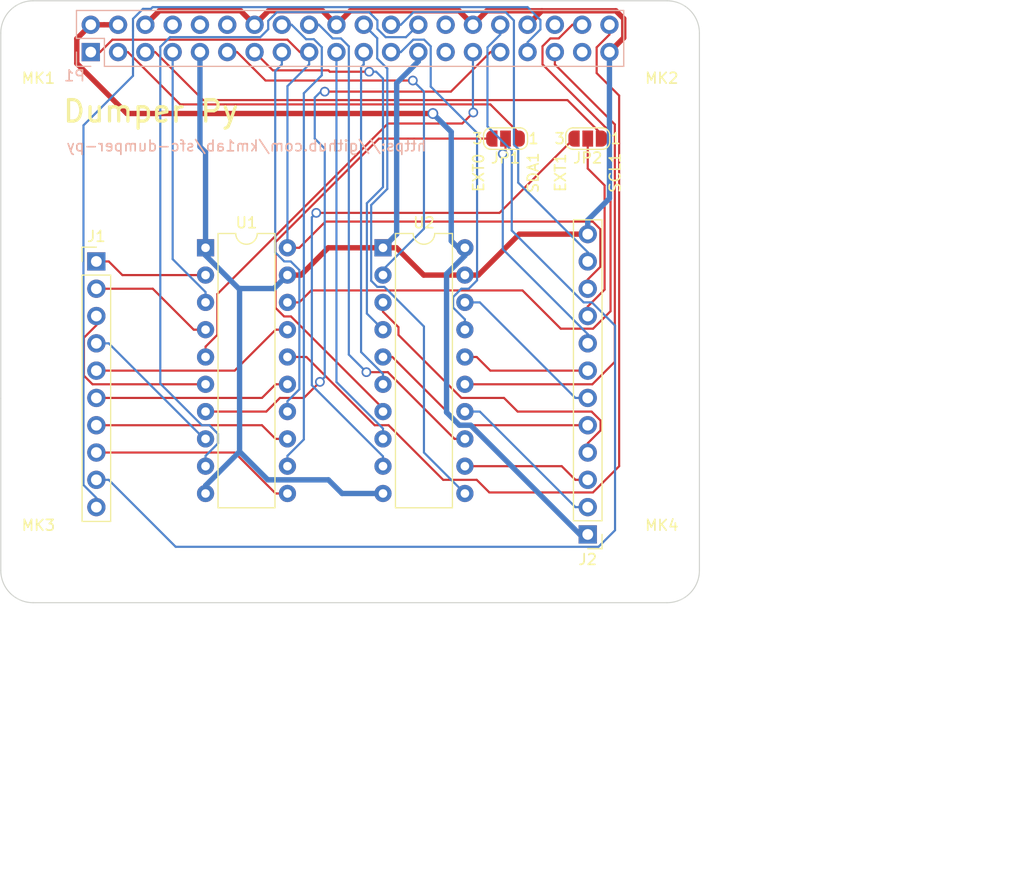
<source format=kicad_pcb>
(kicad_pcb (version 20211014) (generator pcbnew)
  (title_block (date "15 nov 2012"))
  (layers (0 "F.Cu" signal) (31 "B.Cu" signal) (34 "B.Paste" user) (35 "F.Paste" user) (36 "B.SilkS" user "B.Silkscreen") (37 "F.SilkS" user "F.Silkscreen") (38 "B.Mask" user) (39 "F.Mask" user) (44 "Edge.Cuts" user))
  (net 0 "")
  (net 1 "GND")
  (net 2 "CLR")
  (net 3 "/DA7")
  (net 4 "/DA6")
  (net 5 "/DA5")
  (net 6 "/DA4")
  (net 7 "/DA3")
  (net 8 "/DA2")
  (net 9 "/DA1")
  (net 10 "/DA0")
  (net 11 "/GPIO2(SDA1)")
  (net 12 "/GPIO3(SCL1)")
  (net 13 "/GPIO4(GCLK)")
  (net 14 "/GPIO17(GEN0)")
  (net 15 "/GPIO27(GEN2)")
  (net 16 "/GPIO23(GEN4)")
  (net 17 "/GPIO24(GEN5)")
  (net 18 "/GPIO9(SPI0_MISO)")
  (net 19 "/GPIO11(SPI0_SCK)")
  (net 20 "/GPIO7(SPI1_CE_N)")
  (net 21 "/GPIO5")
  (net 22 "/GPIO6")
  (net 23 "/GPIO19(SPI1_MISO)")
  (net 24 "CLK")
  (net 25 "OE")
  (net 26 "CS")
  (net 27 "WE")
  (net 28 "RST")
  (net 29 "EXT0")
  (net 30 "EXT1")
  (net 31 "PWR")
  (net 32 "/GPIO20(SPI1_MOSI)")
  (net 33 "/GPIO21(SPI1_SCK)")
  (net 34 "EIO_0")
  (net 35 "EIO_1")
  (net 36 "PWR3")
  (net 37 "PWM0")
  (net 38 "PWM1")
  (net 39 "EIO_2")
  (net 40 "/GPIO22(GEN3)")
  (net 41 "/GPIO10(SPI0_MOSI)")
  (net 42 "/GPIO25(GEN6)")
  (footprint "MountingHole:MountingHole_2.7mm_M2.5" (layer "F.Cu") (at 203.5 97.5 180)
    (fp_text reference "MK1" (at 0 -3.7 180) (layer "F.SilkS"))
    (fp_text value "M2.5")
    (pad "" np_thru_hole circle locked (at 0 0 180) (size 2.7 2.7) (drill 2.7) (layers *.Cu *.Mask))
  )
  (footprint "MountingHole:MountingHole_2.7mm_M2.5" (layer "F.Cu") (at 203.5 146.5)
    (fp_text reference "MK3" (at 0 -3.7) (layer "F.SilkS"))
    (fp_text value "M2.5")
    (pad "" np_thru_hole circle locked (at 0 0) (size 2.7 2.7) (drill 2.7) (layers *.Cu *.Mask))
  )
  (footprint "MountingHole:MountingHole_2.7mm_M2.5" (layer "F.Cu") (at 261.5 146.5)
    (fp_text reference "MK4" (at 0 -3.7) (layer "F.SilkS"))
    (fp_text value "M2.5")
    (pad "" np_thru_hole circle locked (at 0 0) (size 2.7 2.7) (drill 2.7) (layers *.Cu *.Mask))
  )
  (footprint "Package_DIP:DIP-20_W7.62mm" (layer "F.Cu") (at 219.05 116.98)
    (fp_text reference "U1" (at 3.81 -2.33) (layer "F.SilkS"))
    (fp_text value "74HC244")
    (pad "1" thru_hole rect locked (at 0 0) (size 1.6 1.6) (drill 0.8) (layers *.Cu *.Mask) (net 1 "GND"))
    (pad "2" thru_hole oval locked (at 0 2.54) (size 1.6 1.6) (drill 0.8) (layers *.Cu *.Mask) (net 10 "/DA0"))
    (pad "3" thru_hole oval locked (at 0 5.08) (size 1.6 1.6) (drill 0.8) (layers *.Cu *.Mask) (net 13 "/GPIO4(GCLK)"))
    (pad "4" thru_hole oval locked (at 0 7.62) (size 1.6 1.6) (drill 0.8) (layers *.Cu *.Mask) (net 9 "/DA1"))
    (pad "5" thru_hole oval locked (at 0 10.16) (size 1.6 1.6) (drill 0.8) (layers *.Cu *.Mask) (net 21 "/GPIO5"))
    (pad "6" thru_hole oval locked (at 0 12.7) (size 1.6 1.6) (drill 0.8) (layers *.Cu *.Mask) (net 8 "/DA2"))
    (pad "7" thru_hole oval locked (at 0 15.24) (size 1.6 1.6) (drill 0.8) (layers *.Cu *.Mask) (net 22 "/GPIO6"))
    (pad "8" thru_hole oval locked (at 0 17.78) (size 1.6 1.6) (drill 0.8) (layers *.Cu *.Mask) (net 7 "/DA3"))
    (pad "9" thru_hole oval locked (at 0 20.32) (size 1.6 1.6) (drill 0.8) (layers *.Cu *.Mask) (net 20 "/GPIO7(SPI1_CE_N)"))
    (pad "10" thru_hole oval locked (at 0 22.86) (size 1.6 1.6) (drill 0.8) (layers *.Cu *.Mask) (net 1 "GND"))
    (pad "11" thru_hole oval locked (at 7.62 22.86) (size 1.6 1.6) (drill 0.8) (layers *.Cu *.Mask) (net 3 "/DA7"))
    (pad "12" thru_hole oval locked (at 7.62 20.32) (size 1.6 1.6) (drill 0.8) (layers *.Cu *.Mask) (net 16 "/GPIO23(GEN4)"))
    (pad "13" thru_hole oval locked (at 7.62 17.78) (size 1.6 1.6) (drill 0.8) (layers *.Cu *.Mask) (net 4 "/DA6"))
    (pad "14" thru_hole oval locked (at 7.62 15.24) (size 1.6 1.6) (drill 0.8) (layers *.Cu *.Mask) (net 40 "/GPIO22(GEN3)"))
    (pad "15" thru_hole oval locked (at 7.62 12.7) (size 1.6 1.6) (drill 0.8) (layers *.Cu *.Mask) (net 5 "/DA5"))
    (pad "16" thru_hole oval locked (at 7.62 10.16) (size 1.6 1.6) (drill 0.8) (layers *.Cu *.Mask) (net 33 "/GPIO21(SPI1_SCK)"))
    (pad "17" thru_hole oval locked (at 7.62 7.62) (size 1.6 1.6) (drill 0.8) (layers *.Cu *.Mask) (net 6 "/DA4"))
    (pad "18" thru_hole oval locked (at 7.62 5.08) (size 1.6 1.6) (drill 0.8) (layers *.Cu *.Mask) (net 32 "/GPIO20(SPI1_MOSI)"))
    (pad "19" thru_hole oval locked (at 7.62 2.54) (size 1.6 1.6) (drill 0.8) (layers *.Cu *.Mask) (net 1 "GND"))
    (pad "20" thru_hole oval locked (at 7.62 0) (size 1.6 1.6) (drill 0.8) (layers *.Cu *.Mask) (net 36 "PWR3"))
  )
  (footprint "Package_DIP:DIP-20_W7.62mm" (layer "F.Cu") (at 235.56 116.98)
    (fp_text reference "U2" (at 3.81 -2.33) (layer "F.SilkS"))
    (fp_text value "74HC244")
    (pad "1" thru_hole rect locked (at 0 0) (size 1.6 1.6) (drill 0.8) (layers *.Cu *.Mask) (net 1 "GND"))
    (pad "2" thru_hole oval locked (at 0 2.54) (size 1.6 1.6) (drill 0.8) (layers *.Cu *.Mask) (net 14 "/GPIO17(GEN0)"))
    (pad "3" thru_hole oval locked (at 0 5.08) (size 1.6 1.6) (drill 0.8) (layers *.Cu *.Mask) (net 27 "WE"))
    (pad "4" thru_hole oval locked (at 0 7.62) (size 1.6 1.6) (drill 0.8) (layers *.Cu *.Mask) (net 15 "/GPIO27(GEN2)"))
    (pad "5" thru_hole oval locked (at 0 10.16) (size 1.6 1.6) (drill 0.8) (layers *.Cu *.Mask) (net 28 "RST"))
    (pad "6" thru_hole oval locked (at 0 12.7) (size 1.6 1.6) (drill 0.8) (layers *.Cu *.Mask) (net 18 "/GPIO9(SPI0_MISO)"))
    (pad "7" thru_hole oval locked (at 0 15.24) (size 1.6 1.6) (drill 0.8) (layers *.Cu *.Mask) (net 29 "EXT0"))
    (pad "8" thru_hole oval locked (at 0 17.78) (size 1.6 1.6) (drill 0.8) (layers *.Cu *.Mask) (net 41 "/GPIO10(SPI0_MOSI)"))
    (pad "9" thru_hole oval locked (at 0 20.32) (size 1.6 1.6) (drill 0.8) (layers *.Cu *.Mask) (net 30 "EXT1"))
    (pad "10" thru_hole oval locked (at 0 22.86) (size 1.6 1.6) (drill 0.8) (layers *.Cu *.Mask) (net 1 "GND"))
    (pad "11" thru_hole oval locked (at 7.62 22.86) (size 1.6 1.6) (drill 0.8) (layers *.Cu *.Mask) (net 42 "/GPIO25(GEN6)"))
    (pad "12" thru_hole oval locked (at 7.62 20.32) (size 1.6 1.6) (drill 0.8) (layers *.Cu *.Mask) (net 26 "CS"))
    (pad "13" thru_hole oval locked (at 7.62 17.78) (size 1.6 1.6) (drill 0.8) (layers *.Cu *.Mask) (net 17 "/GPIO24(GEN5)"))
    (pad "14" thru_hole oval locked (at 7.62 15.24) (size 1.6 1.6) (drill 0.8) (layers *.Cu *.Mask) (net 25 "OE"))
    (pad "15" thru_hole oval locked (at 7.62 12.7) (size 1.6 1.6) (drill 0.8) (layers *.Cu *.Mask) (net 23 "/GPIO19(SPI1_MISO)"))
    (pad "16" thru_hole oval locked (at 7.62 10.16) (size 1.6 1.6) (drill 0.8) (layers *.Cu *.Mask) (net 2 "CLR"))
    (pad "17" thru_hole oval locked (at 7.62 7.62) (size 1.6 1.6) (drill 0.8) (layers *.Cu *.Mask) (net 19 "/GPIO11(SPI0_SCK)"))
    (pad "18" thru_hole oval locked (at 7.62 5.08) (size 1.6 1.6) (drill 0.8) (layers *.Cu *.Mask) (net 24 "CLK"))
    (pad "19" thru_hole oval locked (at 7.62 2.54) (size 1.6 1.6) (drill 0.8) (layers *.Cu *.Mask) (net 1 "GND"))
    (pad "20" thru_hole oval locked (at 7.62 0) (size 1.6 1.6) (drill 0.8) (layers *.Cu *.Mask) (net 31 "PWR"))
  )
  (footprint "Jumper:SolderJumper-3_P1.3mm_Open_RoundedPad1.0x1.5mm_NumberLabels" (layer "F.Cu") (at 254.61 106.82 180)
    (fp_text reference "JP2" (at 0 -1.8) (layer "F.SilkS"))
    (fp_text value "SolderJumper_3_Open")
    (fp_text user "3" (at 2.6 0) (layer "F.SilkS"))
    (fp_text user "1" (at -2.6 0) (layer "F.SilkS"))
    (pad "1" smd custom locked (at -1.3 0 180) (size 1 0.5) (layers "F.Cu" "F.Mask") (net 12 "/GPIO3(SCL1)") (options (clearance outline) (anchor rect)) (primitives (gr_circle (center 0 0.25) (end 0.5 0.25) (width 0) (fill yes)) (gr_circle (center 0 -0.25) (end 0.5 -0.25) (width 0) (fill yes)) (gr_poly (pts (xy 0.55 -0.75) (xy 0 -0.75) (xy 0 0.75) (xy 0.55 0.75)) (width 0) (fill yes))))
    (pad "2" smd rect locked (at 0 0 180) (size 1 1.5) (layers "F.Cu" "F.Mask") (net 35 "EIO_1"))
    (pad "3" smd custom locked (at 1.3 0 180) (size 1 0.5) (layers "F.Cu" "F.Mask") (net 30 "EXT1") (options (clearance outline) (anchor rect)) (primitives (gr_circle (center 0 0.25) (end 0.5 0.25) (width 0) (fill yes)) (gr_circle (center 0 -0.25) (end 0.5 -0.25) (width 0) (fill yes)) (gr_poly (pts (xy -0.55 -0.75) (xy 0 -0.75) (xy 0 0.75) (xy -0.55 0.75)) (width 0) (fill yes))))
  )
  (footprint "Jumper:SolderJumper-3_P1.3mm_Open_RoundedPad1.0x1.5mm_NumberLabels" (layer "F.Cu") (at 246.96 106.82 180)
    (fp_text reference "JP1" (at 0 -1.8) (layer "F.SilkS"))
    (fp_text value "SolderJumper_3_Open")
    (fp_text user "3" (at 2.6 0) (layer "F.SilkS"))
    (fp_text user "1" (at -2.6 0) (layer "F.SilkS"))
    (pad "1" smd custom locked (at -1.3 0 180) (size 1 0.5) (layers "F.Cu" "F.Mask") (net 11 "/GPIO2(SDA1)") (options (clearance outline) (anchor rect)) (primitives (gr_circle (center 0 0.25) (end 0.5 0.25) (width 0) (fill yes)) (gr_circle (center 0 -0.25) (end 0.5 -0.25) (width 0) (fill yes)) (gr_poly (pts (xy 0.55 -0.75) (xy 0 -0.75) (xy 0 0.75) (xy 0.55 0.75)) (width 0) (fill yes))))
    (pad "2" smd rect locked (at 0 0 180) (size 1 1.5) (layers "F.Cu" "F.Mask") (net 34 "EIO_0"))
    (pad "3" smd custom locked (at 1.3 0 180) (size 1 0.5) (layers "F.Cu" "F.Mask") (net 29 "EXT0") (options (clearance outline) (anchor rect)) (primitives (gr_circle (center 0 0.25) (end 0.5 0.25) (width 0) (fill yes)) (gr_circle (center 0 -0.25) (end 0.5 -0.25) (width 0) (fill yes)) (gr_poly (pts (xy -0.55 -0.75) (xy 0 -0.75) (xy 0 0.75) (xy -0.55 0.75)) (width 0) (fill yes))))
  )
  (footprint "MountingHole:MountingHole_2.7mm_M2.5" (layer "F.Cu") (at 261.5 97.5 180)
    (fp_text reference "MK2" (at 0 -3.7 180) (layer "F.SilkS"))
    (fp_text value "M2.5")
    (pad "" np_thru_hole circle locked (at 0 0 180) (size 2.7 2.7) (drill 2.7) (layers *.Cu *.Mask))
  )
  (footprint "Connector_PinHeader_2.54mm:PinHeader_1x12_P2.54mm_Vertical" (layer "F.Cu") (at 254.61 143.65 180)
    (fp_text reference "J2" (at 0 -2.33) (layer "F.SilkS"))
    (fp_text value "Conn_01x12_Male")
    (pad "1" thru_hole rect locked (at 0 0 180) (size 1.7 1.7) (drill 1) (layers *.Cu *.Mask) (net 31 "PWR"))
    (pad "2" thru_hole oval locked (at 0 2.54 180) (size 1.7 1.7) (drill 1) (layers *.Cu *.Mask) (net 25 "OE"))
    (pad "3" thru_hole oval locked (at 0 5.08 180) (size 1.7 1.7) (drill 1) (layers *.Cu *.Mask) (net 26 "CS"))
    (pad "4" thru_hole oval locked (at 0 7.62 180) (size 1.7 1.7) (drill 1) (layers *.Cu *.Mask) (net 27 "WE"))
    (pad "5" thru_hole oval locked (at 0 10.16 180) (size 1.7 1.7) (drill 1) (layers *.Cu *.Mask) (net 28 "RST"))
    (pad "6" thru_hole oval locked (at 0 12.7 180) (size 1.7 1.7) (drill 1) (layers *.Cu *.Mask) (net 24 "CLK"))
    (pad "7" thru_hole oval locked (at 0 15.24 180) (size 1.7 1.7) (drill 1) (layers *.Cu *.Mask) (net 2 "CLR"))
    (pad "8" thru_hole oval locked (at 0 17.78 180) (size 1.7 1.7) (drill 1) (layers *.Cu *.Mask) (net 34 "EIO_0"))
    (pad "9" thru_hole oval locked (at 0 20.32 180) (size 1.7 1.7) (drill 1) (layers *.Cu *.Mask) (net 35 "EIO_1"))
    (pad "10" thru_hole oval locked (at 0 22.86 180) (size 1.7 1.7) (drill 1) (layers *.Cu *.Mask) (net 36 "PWR3"))
    (pad "11" thru_hole oval locked (at 0 25.4 180) (size 1.7 1.7) (drill 1) (layers *.Cu *.Mask) (net 39 "EIO_2"))
    (pad "12" thru_hole oval locked (at 0 27.94 180) (size 1.7 1.7) (drill 1) (layers *.Cu *.Mask) (net 1 "GND"))
  )
  (footprint "Connector_PinHeader_2.54mm:PinHeader_1x10_P2.54mm_Vertical" (layer "F.Cu") (at 208.89 118.25)
    (fp_text reference "J1" (at 0 -2.33) (layer "F.SilkS"))
    (fp_text value "Conn_01x10_Male")
    (pad "1" thru_hole rect locked (at 0 0) (size 1.7 1.7) (drill 1) (layers *.Cu *.Mask) (net 10 "/DA0"))
    (pad "2" thru_hole oval locked (at 0 2.54) (size 1.7 1.7) (drill 1) (layers *.Cu *.Mask) (net 9 "/DA1"))
    (pad "3" thru_hole oval locked (at 0 5.08) (size 1.7 1.7) (drill 1) (layers *.Cu *.Mask) (net 8 "/DA2"))
    (pad "4" thru_hole oval locked (at 0 7.62) (size 1.7 1.7) (drill 1) (layers *.Cu *.Mask) (net 7 "/DA3"))
    (pad "5" thru_hole oval locked (at 0 10.16) (size 1.7 1.7) (drill 1) (layers *.Cu *.Mask) (net 6 "/DA4"))
    (pad "6" thru_hole oval locked (at 0 12.7) (size 1.7 1.7) (drill 1) (layers *.Cu *.Mask) (net 5 "/DA5"))
    (pad "7" thru_hole oval locked (at 0 15.24) (size 1.7 1.7) (drill 1) (layers *.Cu *.Mask) (net 4 "/DA6"))
    (pad "8" thru_hole oval locked (at 0 17.78) (size 1.7 1.7) (drill 1) (layers *.Cu *.Mask) (net 3 "/DA7"))
    (pad "9" thru_hole oval locked (at 0 20.32) (size 1.7 1.7) (drill 1) (layers *.Cu *.Mask) (net 37 "PWM0"))
    (pad "10" thru_hole oval locked (at 0 22.86) (size 1.7 1.7) (drill 1) (layers *.Cu *.Mask) (net 38 "PWM1"))
  )
  (footprint "Connector_PinSocket_2.54mm:PinSocket_2x20_P2.54mm_Vertical" (layer "B.Cu") (at 208.37 98.77 -90)
    (fp_text reference "P1" (at 2.208 1.512) (layer "B.SilkS") (effects (justify mirror)))
    (fp_text value "Conn_02x20_Odd_Even")
    (pad "1" thru_hole rect locked (at 0 0 270) (size 1.7 1.7) (drill 1) (layers *.Cu *.Mask) (net 36 "PWR3"))
    (pad "2" thru_hole oval locked (at -2.54 0 270) (size 1.7 1.7) (drill 1) (layers *.Cu *.Mask) (net 31 "PWR"))
    (pad "3" thru_hole oval locked (at 0 -2.54 270) (size 1.7 1.7) (drill 1) (layers *.Cu *.Mask) (net 11 "/GPIO2(SDA1)"))
    (pad "4" thru_hole oval locked (at -2.54 -2.54 270) (size 1.7 1.7) (drill 1) (layers *.Cu *.Mask) (net 31 "PWR"))
    (pad "5" thru_hole oval locked (at 0 -5.08 270) (size 1.7 1.7) (drill 1) (layers *.Cu *.Mask) (net 12 "/GPIO3(SCL1)"))
    (pad "6" thru_hole oval locked (at -2.54 -5.08 270) (size 1.7 1.7) (drill 1) (layers *.Cu *.Mask) (net 1 "GND"))
    (pad "7" thru_hole oval locked (at 0 -7.62 270) (size 1.7 1.7) (drill 1) (layers *.Cu *.Mask) (net 13 "/GPIO4(GCLK)"))
    (pad "8" thru_hole oval locked (at -2.54 -7.62 270) (size 1.7 1.7) (drill 1) (layers *.Cu *.Mask))
    (pad "9" thru_hole oval locked (at 0 -10.16 270) (size 1.7 1.7) (drill 1) (layers *.Cu *.Mask) (net 1 "GND"))
    (pad "10" thru_hole oval locked (at -2.54 -10.16 270) (size 1.7 1.7) (drill 1) (layers *.Cu *.Mask))
    (pad "11" thru_hole oval locked (at 0 -12.7 270) (size 1.7 1.7) (drill 1) (layers *.Cu *.Mask) (net 14 "/GPIO17(GEN0)"))
    (pad "12" thru_hole oval locked (at -2.54 -12.7 270) (size 1.7 1.7) (drill 1) (layers *.Cu *.Mask))
    (pad "13" thru_hole oval locked (at 0 -15.24 270) (size 1.7 1.7) (drill 1) (layers *.Cu *.Mask) (net 15 "/GPIO27(GEN2)"))
    (pad "14" thru_hole oval locked (at -2.54 -15.24 270) (size 1.7 1.7) (drill 1) (layers *.Cu *.Mask) (net 1 "GND"))
    (pad "15" thru_hole oval locked (at 0 -17.78 270) (size 1.7 1.7) (drill 1) (layers *.Cu *.Mask) (net 40 "/GPIO22(GEN3)"))
    (pad "16" thru_hole oval locked (at -2.54 -17.78 270) (size 1.7 1.7) (drill 1) (layers *.Cu *.Mask) (net 16 "/GPIO23(GEN4)"))
    (pad "17" thru_hole oval locked (at 0 -20.32 270) (size 1.7 1.7) (drill 1) (layers *.Cu *.Mask) (net 36 "PWR3"))
    (pad "18" thru_hole oval locked (at -2.54 -20.32 270) (size 1.7 1.7) (drill 1) (layers *.Cu *.Mask) (net 17 "/GPIO24(GEN5)"))
    (pad "19" thru_hole oval locked (at 0 -22.86 270) (size 1.7 1.7) (drill 1) (layers *.Cu *.Mask) (net 41 "/GPIO10(SPI0_MOSI)"))
    (pad "20" thru_hole oval locked (at -2.54 -22.86 270) (size 1.7 1.7) (drill 1) (layers *.Cu *.Mask) (net 1 "GND"))
    (pad "21" thru_hole oval locked (at 0 -25.4 270) (size 1.7 1.7) (drill 1) (layers *.Cu *.Mask) (net 18 "/GPIO9(SPI0_MISO)"))
    (pad "22" thru_hole oval locked (at -2.54 -25.4 270) (size 1.7 1.7) (drill 1) (layers *.Cu *.Mask) (net 42 "/GPIO25(GEN6)"))
    (pad "23" thru_hole oval locked (at 0 -27.94 270) (size 1.7 1.7) (drill 1) (layers *.Cu *.Mask) (net 19 "/GPIO11(SPI0_SCK)"))
    (pad "24" thru_hole oval locked (at -2.54 -27.94 270) (size 1.7 1.7) (drill 1) (layers *.Cu *.Mask) (net 39 "EIO_2"))
    (pad "25" thru_hole oval locked (at 0 -30.48 270) (size 1.7 1.7) (drill 1) (layers *.Cu *.Mask) (net 1 "GND"))
    (pad "26" thru_hole oval locked (at -2.54 -30.48 270) (size 1.7 1.7) (drill 1) (layers *.Cu *.Mask) (net 20 "/GPIO7(SPI1_CE_N)"))
    (pad "27" thru_hole oval locked (at 0 -33.02 270) (size 1.7 1.7) (drill 1) (layers *.Cu *.Mask))
    (pad "28" thru_hole oval locked (at -2.54 -33.02 270) (size 1.7 1.7) (drill 1) (layers *.Cu *.Mask))
    (pad "29" thru_hole oval locked (at 0 -35.56 270) (size 1.7 1.7) (drill 1) (layers *.Cu *.Mask) (net 21 "/GPIO5"))
    (pad "30" thru_hole oval locked (at -2.54 -35.56 270) (size 1.7 1.7) (drill 1) (layers *.Cu *.Mask) (net 1 "GND"))
    (pad "31" thru_hole oval locked (at 0 -38.1 270) (size 1.7 1.7) (drill 1) (layers *.Cu *.Mask) (net 22 "/GPIO6"))
    (pad "32" thru_hole oval locked (at -2.54 -38.1 270) (size 1.7 1.7) (drill 1) (layers *.Cu *.Mask) (net 37 "PWM0"))
    (pad "33" thru_hole oval locked (at 0 -40.64 270) (size 1.7 1.7) (drill 1) (layers *.Cu *.Mask) (net 38 "PWM1"))
    (pad "34" thru_hole oval locked (at -2.54 -40.64 270) (size 1.7 1.7) (drill 1) (layers *.Cu *.Mask) (net 1 "GND"))
    (pad "35" thru_hole oval locked (at 0 -43.18 270) (size 1.7 1.7) (drill 1) (layers *.Cu *.Mask) (net 23 "/GPIO19(SPI1_MISO)"))
    (pad "36" thru_hole oval locked (at -2.54 -43.18 270) (size 1.7 1.7) (drill 1) (layers *.Cu *.Mask))
    (pad "37" thru_hole oval locked (at 0 -45.72 270) (size 1.7 1.7) (drill 1) (layers *.Cu *.Mask))
    (pad "38" thru_hole oval locked (at -2.54 -45.72 270) (size 1.7 1.7) (drill 1) (layers *.Cu *.Mask) (net 32 "/GPIO20(SPI1_MOSI)"))
    (pad "39" thru_hole oval locked (at 0 -48.26 270) (size 1.7 1.7) (drill 1) (layers *.Cu *.Mask) (net 1 "GND"))
    (pad "40" thru_hole oval locked (at -2.54 -48.26 270) (size 1.7 1.7) (drill 1) (layers *.Cu *.Mask) (net 33 "/GPIO21(SPI1_SCK)"))
  )
  (gr_line (start 265 147) (end 265 97) (layer "Edge.Cuts") (width 0.1))
  (gr_line (start 203 150) (end 262 150) (layer "Edge.Cuts") (width 0.1))
  (gr_arc (start 262 94) (mid 264.12132 94.87868) (end 265 97) (layer "Edge.Cuts") (width 0.1))
  (gr_arc (start 200 97) (mid 200.87868 94.87868) (end 203 94) (layer "Edge.Cuts") (width 0.1))
  (gr_line (start 200 131) (end 200 147) (layer "Edge.Cuts") (width 0.1))
  (gr_arc (start 265 147) (mid 264.12132 149.12132) (end 262 150) (layer "Edge.Cuts") (width 0.1))
  (gr_arc (start 203 150) (mid 200.87868 149.12132) (end 200 147) (layer "Edge.Cuts") (width 0.1))
  (gr_line (start 200 97) (end 200 131) (layer "Edge.Cuts") (width 0.1))
  (gr_line (start 262 94) (end 203 94) (layer "Edge.Cuts") (width 0.1))
  (gr_text "https://github.com/km1ab/sfc-dumper-py" (at 222.86 107.5) (layer "B.SilkS") (effects (font (size 1 1)) (justify mirror)))
  (gr_text "SDA1" (at 249.53 110 90) (layer "F.SilkS") (effects (font (size 1 1))))
  (gr_text "EXT1" (at 252.07 110 90) (layer "F.SilkS") (effects (font (size 1 1))))
  (gr_text "SCL1" (at 257.15 110 90) (layer "F.SilkS") (effects (font (size 1 1))))
  (gr_text "Dumper Py" (at 213.97 104.28) (layer "F.SilkS") (effects (font (size 2 2) (thickness 0.3))))
  (gr_text "EXT0" (at 244.45 110 90) (layer "F.SilkS") (effects (font (size 1 1))))
  (segment (start 248.2401 115.71) (end 254.61 115.71) (width 0.5) (layer "F.Cu") (net 1))
  (segment (start 249.01 94.9299) (end 257.2256 94.9299) (width 0.5) (layer "F.Cu") (net 1))
  (segment (start 223.61 96.23) (end 222.3012 94.9212) (width 0.5) (layer "F.Cu") (net 1))
  (segment (start 230.4601 116.98) (end 234.3099 116.98) (width 0.5) (layer "F.Cu") (net 1))
  (segment (start 257.2256 94.9299) (end 257.961 95.6653) (width 0.5) (layer "F.Cu") (net 1))
  (segment (start 249.01 96.23) (end 249.0398 96.23) (width 0.5) (layer "F.Cu") (net 1))
  (segment (start 224.9165 94.9235) (end 223.61 96.23) (width 0.5) (layer "F.Cu") (net 1))
  (segment (start 245.2301 94.9299) (end 249.01 94.9299) (width 0.5) (layer "F.Cu") (net 1))
  (segment (start 232.5302 94.9298) (end 231.23 96.23) (width 0.5) (layer "F.Cu") (net 1))
  (segment (start 222.3012 94.9212) (end 214.7588 94.9212) (width 0.5) (layer "F.Cu") (net 1))
  (segment (start 227.9201 119.52) (end 230.4601 116.98) (width 0.5) (layer "F.Cu") (net 1))
  (segment (start 243.93 96.23) (end 242.6298 94.9298) (width 0.5) (layer "F.Cu") (net 1))
  (segment (start 235.56 116.98) (end 234.3099 116.98) (width 0.5) (layer "F.Cu") (net 1))
  (segment (start 231.23 96.23) (end 229.9235 94.9235) (width 0.5) (layer "F.Cu") (net 1))
  (segment (start 235.966 116.98) (end 236.8101 116.98) (width 0.5) (layer "F.Cu") (net 1))
  (segment (start 226.67 119.52) (end 227.9201 119.52) (width 0.5) (layer "F.Cu") (net 1))
  (segment (start 243.18 119.52) (end 244.4301 119.52) (width 0.5) (layer "F.Cu") (net 1))
  (segment (start 244.4301 119.52) (end 248.2401 115.71) (width 0.5) (layer "F.Cu") (net 1))
  (segment (start 239.3501 119.52) (end 243.18 119.52) (width 0.5) (layer "F.Cu") (net 1))
  (segment (start 214.7588 94.9212) (end 213.45 96.23) (width 0.5) (layer "F.Cu") (net 1))
  (segment (start 257.961 95.6653) (end 257.961 97.439) (width 0.5) (layer "F.Cu") (net 1))
  (segment (start 229.9235 94.9235) (end 224.9165 94.9235) (width 0.5) (layer "F.Cu") (net 1))
  (segment (start 249.0398 96.23) (end 250.3399 94.9299) (width 0.5) (layer "F.Cu") (net 1))
  (segment (start 242.6298 94.9298) (end 232.5302 94.9298) (width 0.5) (layer "F.Cu") (net 1))
  (segment (start 257.961 97.439) (end 256.63 98.77) (width 0.5) (layer "F.Cu") (net 1))
  (segment (start 235.966 116.98) (end 235.56 116.98) (width 0.5) (layer "F.Cu") (net 1))
  (segment (start 236.8101 116.98) (end 239.3501 119.52) (width 0.5) (layer "F.Cu") (net 1))
  (segment (start 243.93 96.23) (end 245.2301 94.9299) (width 0.5) (layer "F.Cu") (net 1))
  (segment (start 219.05 108.09) (end 218.53 107.57) (width 0.5) (layer "B.Cu") (net 1))
  (segment (start 225.4199 120.7701) (end 226.67 119.52) (width 0.5) (layer "B.Cu") (net 1))
  (segment (start 230.48 138.57) (end 231.75 139.84) (width 0.5) (layer "B.Cu") (net 1))
  (segment (start 236.83 101.6505) (end 236.83 115.71) (width 0.5) (layer "B.Cu") (net 1))
  (segment (start 222.2933 120.7701) (end 225.4199 120.7701) (width 0.5) (layer "B.Cu") (net 1))
  (segment (start 238.85 98.77) (end 238.85 99.6305) (width 0.5) (layer "B.Cu") (net 1))
  (segment (start 236.83 115.71) (end 235.56 116.98) (width 0.5) (layer "B.Cu") (net 1))
  (segment (start 219.05 116.98) (end 219.05 108.09) (width 0.5) (layer "B.Cu") (net 1))
  (segment (start 231.75 139.84) (end 235.56 139.84) (width 0.5) (layer "B.Cu") (net 1))
  (segment (start 256.63 112.3899) (end 256.63 98.77) (width 0.5) (layer "B.Cu") (net 1))
  (segment (start 254.61 114.4099) (end 256.63 112.3899) (width 0.5) (layer "B.Cu") (net 1))
  (segment (start 254.61 115.71) (end 254.61 114.4099) (width 0.5) (layer "B.Cu") (net 1))
  (segment (start 224.8423 138.57) (end 230.48 138.57) (width 0.5) (layer "B.Cu") (net 1))
  (segment (start 222.2151 120.8483) (end 222.2933 120.7701) (width 0.5) (layer "B.Cu") (net 1))
  (segment (start 222.2151 135.9428) (end 224.8423 138.57) (width 0.5) (layer "B.Cu") (net 1))
  (segment (start 218.53 107.57) (end 218.53 98.77) (width 0.5) (layer "B.Cu") (net 1))
  (segment (start 222.2151 120.8483) (end 219.05 117.6832) (width 0.5) (layer "B.Cu") (net 1))
  (segment (start 219.05 117.6832) (end 219.05 116.98) (width 0.5) (layer "B.Cu") (net 1))
  (segment (start 222.2151 135.9428) (end 219.05 139.1079) (width 0.5) (layer "B.Cu") (net 1))
  (segment (start 219.05 139.1079) (end 219.05 139.84) (width 0.5) (layer "B.Cu") (net 1))
  (segment (start 238.85 99.6305) (end 236.83 101.6505) (width 0.5) (layer "B.Cu") (net 1))
  (segment (start 222.2151 135.9428) (end 222.2151 120.8483) (width 0.5) (layer "B.Cu") (net 1))
  (segment (start 245.5501 128.41) (end 244.2801 127.14) (width 0.2) (layer "F.Cu") (net 2))
  (segment (start 243.18 127.14) (end 244.2801 127.14) (width 0.2) (layer "F.Cu") (net 2))
  (segment (start 254.61 128.41) (end 245.5501 128.41) (width 0.2) (layer "F.Cu") (net 2))
  (segment (start 226.67 139.84) (end 225.5699 139.84) (width 0.2) (layer "F.Cu") (net 3))
  (segment (start 208.89 136.03) (end 221.7599 136.03) (width 0.2) (layer "F.Cu") (net 3))
  (segment (start 221.7599 136.03) (end 225.5699 139.84) (width 0.2) (layer "F.Cu") (net 3))
  (segment (start 226.67 134.76) (end 225.5699 134.76) (width 0.2) (layer "F.Cu") (net 4))
  (segment (start 224.2999 133.49) (end 225.5699 134.76) (width 0.2) (layer "F.Cu") (net 4))
  (segment (start 208.89 133.49) (end 224.2999 133.49) (width 0.2) (layer "F.Cu") (net 4))
  (segment (start 224.2999 130.95) (end 225.5699 129.68) (width 0.2) (layer "F.Cu") (net 5))
  (segment (start 226.67 129.68) (end 225.5699 129.68) (width 0.2) (layer "F.Cu") (net 5))
  (segment (start 208.89 130.95) (end 224.2999 130.95) (width 0.2) (layer "F.Cu") (net 5))
  (segment (start 221.7599 128.41) (end 225.5699 124.6) (width 0.2) (layer "F.Cu") (net 6))
  (segment (start 208.89 128.41) (end 221.7599 128.41) (width 0.2) (layer "F.Cu") (net 6))
  (segment (start 226.67 124.6) (end 225.5699 124.6) (width 0.2) (layer "F.Cu") (net 6))
  (segment (start 219.05 134.76) (end 218.9301 134.76) (width 0.2) (layer "B.Cu") (net 7))
  (segment (start 218.9301 134.76) (end 210.0401 125.87) (width 0.2) (layer "B.Cu") (net 7))
  (segment (start 210.0401 125.87) (end 208.89 125.87) (width 0.2) (layer "B.Cu") (net 7))
  (segment (start 207.7294 128.8767) (end 208.5327 129.68) (width 0.2) (layer "F.Cu") (net 8))
  (segment (start 207.7294 125.3532) (end 207.7294 128.8767) (width 0.2) (layer "F.Cu") (net 8))
  (segment (start 208.89 124.1926) (end 207.7294 125.3532) (width 0.2) (layer "F.Cu") (net 8))
  (segment (start 208.89 123.33) (end 208.89 124.1926) (width 0.2) (layer "F.Cu") (net 8))
  (segment (start 208.5327 129.68) (end 219.05 129.68) (width 0.2) (layer "F.Cu") (net 8))
  (segment (start 214.1399 120.79) (end 217.9499 124.6) (width 0.2) (layer "F.Cu") (net 9))
  (segment (start 208.89 120.79) (end 214.1399 120.79) (width 0.2) (layer "F.Cu") (net 9))
  (segment (start 219.05 124.6) (end 217.9499 124.6) (width 0.2) (layer "F.Cu") (net 9))
  (segment (start 210.0401 118.25) (end 211.3101 119.52) (width 0.2) (layer "F.Cu") (net 10))
  (segment (start 211.3101 119.52) (end 219.05 119.52) (width 0.2) (layer "F.Cu") (net 10))
  (segment (start 208.89 118.25) (end 210.0401 118.25) (width 0.2) (layer "F.Cu") (net 10))
  (segment (start 210.91 98.77) (end 211.8218 98.77) (width 0.2) (layer "F.Cu") (net 11))
  (segment (start 216.6905 103.6387) (end 245.5476 103.6387) (width 0.2) (layer "F.Cu") (net 11))
  (segment (start 211.8218 98.77) (end 216.6905 103.6387) (width 0.2) (layer "F.Cu") (net 11))
  (segment (start 248.26 106.3511) (end 248.26 106.82) (width 0.2) (layer "F.Cu") (net 11))
  (segment (start 245.5476 103.6387) (end 248.26 106.3511) (width 0.2) (layer "F.Cu") (net 11))
  (segment (start 218.8303 103.2385) (end 214.3618 98.77) (width 0.2) (layer "F.Cu") (net 12))
  (segment (start 252.7224 103.2385) (end 218.8303 103.2385) (width 0.2) (layer "F.Cu") (net 12))
  (segment (start 255.91 106.82) (end 255.91 106.4261) (width 0.2) (layer "F.Cu") (net 12))
  (segment (start 214.3618 98.77) (end 213.45 98.77) (width 0.2) (layer "F.Cu") (net 12))
  (segment (start 255.91 106.4261) (end 252.7224 103.2385) (width 0.2) (layer "F.Cu") (net 12))
  (segment (start 219.05 121.0974) (end 215.99 118.0374) (width 0.2) (layer "B.Cu") (net 13))
  (segment (start 219.05 122.06) (end 219.05 121.0974) (width 0.2) (layer "B.Cu") (net 13))
  (segment (start 215.99 118.0374) (end 215.99 98.77) (width 0.2) (layer "B.Cu") (net 13))
  (segment (start 224.6291 101.4173) (end 221.9818 98.77) (width 0.2) (layer "F.Cu") (net 14))
  (segment (start 238.3361 101.4173) (end 224.6291 101.4173) (width 0.2) (layer "F.Cu") (net 14))
  (segment (start 221.9818 98.77) (end 221.07 98.77) (width 0.2) (layer "F.Cu") (net 14))
  (via (at 238.3361 101.4173) (size 0.9) (drill 0.6) (layers "F.Cu" "B.Cu") (net 14))
  (segment (start 235.56 119.0215) (end 239.37 115.2115) (width 0.2) (layer "B.Cu") (net 14))
  (segment (start 239.37 115.2115) (end 239.37 102.4512) (width 0.2) (layer "B.Cu") (net 14))
  (segment (start 239.37 102.4512) (end 238.3361 101.4173) (width 0.2) (layer "B.Cu") (net 14))
  (segment (start 235.56 119.52) (end 235.56 119.0215) (width 0.2) (layer "B.Cu") (net 14))
  (segment (start 230.48 100.47) (end 230.608 100.598) (width 0.2) (layer "F.Cu") (net 15))
  (segment (start 223.61 98.77) (end 225.31 100.47) (width 0.2) (layer "F.Cu") (net 15))
  (segment (start 230.608 100.598) (end 234.2718 100.598) (width 0.2) (layer "F.Cu") (net 15))
  (segment (start 225.31 100.47) (end 230.48 100.47) (width 0.2) (layer "F.Cu") (net 15))
  (via (at 234.2718 100.598) (size 0.9) (drill 0.6) (layers "F.Cu" "B.Cu") (net 15))
  (segment (start 234.059988 123.099988) (end 234.059988 112.834312) (width 0.2) (layer "B.Cu") (net 15))
  (segment (start 235.56 101.234396) (end 234.923604 100.598) (width 0.2) (layer "B.Cu") (net 15))
  (segment (start 235.56 124.6) (end 234.059988 123.099988) (width 0.2) (layer "B.Cu") (net 15))
  (segment (start 234.923604 100.598) (end 234.2718 100.598) (width 0.2) (layer "B.Cu") (net 15))
  (segment (start 235.56 111.3343) (end 235.56 101.234396) (width 0.2) (layer "B.Cu") (net 15))
  (segment (start 234.059988 112.834312) (end 235.56 111.3343) (width 0.2) (layer "B.Cu") (net 15))
  (segment (start 228.1943 134.8131) (end 226.67 136.3374) (width 0.2) (layer "B.Cu") (net 16))
  (segment (start 228.1943 102.6027) (end 228.1943 134.8131) (width 0.2) (layer "B.Cu") (net 16))
  (segment (start 227.0618 96.23) (end 228.407 97.5752) (width 0.2) (layer "B.Cu") (net 16))
  (segment (start 229.1303 97.5752) (end 229.8662 98.3111) (width 0.2) (layer "B.Cu") (net 16))
  (segment (start 229.8662 98.3111) (end 229.8662 100.9308) (width 0.2) (layer "B.Cu") (net 16))
  (segment (start 228.407 97.5752) (end 229.1303 97.5752) (width 0.2) (layer "B.Cu") (net 16))
  (segment (start 229.8662 100.9308) (end 228.1943 102.6027) (width 0.2) (layer "B.Cu") (net 16))
  (segment (start 226.15 96.23) (end 227.0618 96.23) (width 0.2) (layer "B.Cu") (net 16))
  (segment (start 226.67 136.3374) (end 226.67 137.3) (width 0.2) (layer "B.Cu") (net 16))
  (segment (start 243.18 134.76) (end 242.2174 134.76) (width 0.2) (layer "F.Cu") (net 17))
  (segment (start 236.0089 128.5515) (end 234.0146 128.5515) (width 0.2) (layer "F.Cu") (net 17))
  (segment (start 242.2174 134.76) (end 236.0089 128.5515) (width 0.2) (layer "F.Cu") (net 17))
  (via (at 234.0146 128.5515) (size 0.9) (drill 0.6) (layers "F.Cu" "B.Cu") (net 17))
  (segment (start 230.8718 97.5) (end 229.6018 96.23) (width 0.2) (layer "B.Cu") (net 17))
  (segment (start 234.0146 128.5515) (end 232.3802 126.9171) (width 0.2) (layer "B.Cu") (net 17))
  (segment (start 232.3802 98.2318) (end 231.6484 97.5) (width 0.2) (layer "B.Cu") (net 17))
  (segment (start 232.3802 126.9171) (end 232.3802 98.2318) (width 0.2) (layer "B.Cu") (net 17))
  (segment (start 229.6018 96.23) (end 228.69 96.23) (width 0.2) (layer "B.Cu") (net 17))
  (segment (start 231.6484 97.5) (end 230.8718 97.5) (width 0.2) (layer "B.Cu") (net 17))
  (segment (start 235.56 129.68) (end 235.56 128.7175) (width 0.2) (layer "B.Cu") (net 18))
  (segment (start 235.56 128.7175) (end 233.5199 126.6774) (width 0.2) (layer "B.Cu") (net 18))
  (segment (start 233.77 99.9201) (end 233.77 98.77) (width 0.2) (layer "B.Cu") (net 18))
  (segment (start 233.5199 126.6774) (end 233.5199 100.1702) (width 0.2) (layer "B.Cu") (net 18))
  (segment (start 233.5199 100.1702) (end 233.77 99.9201) (width 0.2) (layer "B.Cu") (net 18))
  (segment (start 242.0798 122.5372) (end 242.0798 121.5628) (width 0.2) (layer "B.Cu") (net 19))
  (segment (start 242.8526 120.79) (end 243.5328 120.79) (width 0.2) (layer "B.Cu") (net 19))
  (segment (start 238.3756 97.6162) (end 237.2218 98.77) (width 0.2) (layer "B.Cu") (net 19))
  (segment (start 244.3122 106.2977) (end 240.0002 101.9857) (width 0.2) (layer "B.Cu") (net 19))
  (segment (start 240.0002 101.9857) (end 240.0002 98.2318) (width 0.2) (layer "B.Cu") (net 19))
  (segment (start 244.3122 120.0106) (end 244.3122 106.2977) (width 0.2) (layer "B.Cu") (net 19))
  (segment (start 237.2218 98.77) (end 236.31 98.77) (width 0.2) (layer "B.Cu") (net 19))
  (segment (start 240.0002 98.2318) (end 239.3846 97.6162) (width 0.2) (layer "B.Cu") (net 19))
  (segment (start 243.18 123.6374) (end 242.0798 122.5372) (width 0.2) (layer "B.Cu") (net 19))
  (segment (start 242.0798 121.5628) (end 242.8526 120.79) (width 0.2) (layer "B.Cu") (net 19))
  (segment (start 239.3846 97.6162) (end 238.3756 97.6162) (width 0.2) (layer "B.Cu") (net 19))
  (segment (start 243.5328 120.79) (end 244.3122 120.0106) (width 0.2) (layer "B.Cu") (net 19))
  (segment (start 243.18 124.6) (end 243.18 123.6374) (width 0.2) (layer "B.Cu") (net 19))
  (segment (start 219.409 133.49) (end 218.7126 133.49) (width 0.2) (layer "B.Cu") (net 20))
  (segment (start 218.7126 133.49) (end 214.8398 129.6172) (width 0.2) (layer "B.Cu") (net 20))
  (segment (start 235.04 96.6155) (end 235.8075 97.383) (width 0.2) (layer "B.Cu") (net 20))
  (segment (start 214.8398 98.2806) (end 215.7402 97.3802) (width 0.2) (layer "B.Cu") (net 20))
  (segment (start 220.2079 135.1795) (end 220.2079 134.2889) (width 0.2) (layer "B.Cu") (net 20))
  (segment (start 214.8398 129.6172) (end 214.8398 98.2806) (width 0.2) (layer "B.Cu") (net 20))
  (segment (start 235.8075 97.383) (end 237.697 97.383) (width 0.2) (layer "B.Cu") (net 20))
  (segment (start 224.88 95.864) (end 225.6932 95.0508) (width 0.2) (layer "B.Cu") (net 20))
  (segment (start 224.88 96.6484) (end 224.88 95.864) (width 0.2) (layer "B.Cu") (net 20))
  (segment (start 237.697 97.383) (end 238.85 96.23) (width 0.2) (layer "B.Cu") (net 20))
  (segment (start 225.6932 95.0508) (end 234.2637 95.0508) (width 0.2) (layer "B.Cu") (net 20))
  (segment (start 224.1482 97.3802) (end 224.88 96.6484) (width 0.2) (layer "B.Cu") (net 20))
  (segment (start 235.04 95.8271) (end 235.04 96.6155) (width 0.2) (layer "B.Cu") (net 20))
  (segment (start 215.7402 97.3802) (end 224.1482 97.3802) (width 0.2) (layer "B.Cu") (net 20))
  (segment (start 234.2637 95.0508) (end 235.04 95.8271) (width 0.2) (layer "B.Cu") (net 20))
  (segment (start 219.05 136.3374) (end 220.2079 135.1795) (width 0.2) (layer "B.Cu") (net 20))
  (segment (start 219.05 137.3) (end 219.05 136.3374) (width 0.2) (layer "B.Cu") (net 20))
  (segment (start 220.2079 134.2889) (end 219.409 133.49) (width 0.2) (layer "B.Cu") (net 20))
  (segment (start 219.05 127.14) (end 219.05 126.1775) (width 0.2) (layer "F.Cu") (net 21))
  (segment (start 242.9389 105.4168) (end 243.963 104.3927) (width 0.2) (layer "F.Cu") (net 21))
  (segment (start 220.1501 121.2818) (end 236.0151 105.4168) (width 0.2) (layer "F.Cu") (net 21))
  (segment (start 220.1501 125.0774) (end 220.1501 121.2818) (width 0.2) (layer "F.Cu") (net 21))
  (segment (start 219.05 126.1775) (end 220.1501 125.0774) (width 0.2) (layer "F.Cu") (net 21))
  (segment (start 236.0151 105.4168) (end 242.9389 105.4168) (width 0.2) (layer "F.Cu") (net 21))
  (via (at 243.963 104.3927) (size 0.9) (drill 0.6) (layers "F.Cu" "B.Cu") (net 21))
  (segment (start 243.93 99.9201) (end 243.93 104.3597) (width 0.2) (layer "B.Cu") (net 21))
  (segment (start 243.93 104.3597) (end 243.963 104.3927) (width 0.2) (layer "B.Cu") (net 21))
  (segment (start 243.93 98.77) (end 243.93 99.9201) (width 0.2) (layer "B.Cu") (net 21))
  (segment (start 246.47 98.77) (end 245.5582 98.77) (width 0.2) (layer "F.Cu") (net 22))
  (segment (start 228.197 130.9498) (end 229.6905 129.4563) (width 0.2) (layer "F.Cu") (net 22))
  (segment (start 241.8784 102.4498) (end 230.1399 102.4498) (width 0.2) (layer "F.Cu") (net 22))
  (segment (start 219.05 132.22) (end 224.7 132.22) (width 0.2) (layer "F.Cu") (net 22))
  (segment (start 225.9702 130.9498) (end 228.197 130.9498) (width 0.2) (layer "F.Cu") (net 22))
  (segment (start 245.5582 98.77) (end 241.8784 102.4498) (width 0.2) (layer "F.Cu") (net 22))
  (segment (start 224.7 132.22) (end 225.9702 130.9498) (width 0.2) (layer "F.Cu") (net 22))
  (via (at 230.1399 102.4498) (size 0.9) (drill 0.6) (layers "F.Cu" "B.Cu") (net 22))
  (via (at 229.6905 129.4563) (size 0.9) (drill 0.6) (layers "F.Cu" "B.Cu") (net 22))
  (segment (start 229.6905 129.4563) (end 230.1399 129.0069) (width 0.2) (layer "B.Cu") (net 22))
  (segment (start 229.7702 102.4498) (end 230.1399 102.4498) (width 0.2) (layer "B.Cu") (net 22))
  (segment (start 230.1399 107.7499) (end 229.21 106.82) (width 0.2) (layer "B.Cu") (net 22))
  (segment (start 229.21 106.82) (end 229.21 103.01) (width 0.2) (layer "B.Cu") (net 22))
  (segment (start 229.21 103.01) (end 229.7702 102.4498) (width 0.2) (layer "B.Cu") (net 22))
  (segment (start 230.1399 129.0069) (end 230.1399 107.7499) (width 0.2) (layer "B.Cu") (net 22))
  (segment (start 251.55 98.77) (end 251.55 99.9201) (width 0.2) (layer "F.Cu") (net 23))
  (segment (start 257.1312 127.5898) (end 257.1312 105.5013) (width 0.2) (layer "F.Cu") (net 23))
  (segment (start 257.1312 105.5013) (end 251.55 99.9201) (width 0.2) (layer "F.Cu") (net 23))
  (segment (start 255.041 129.68) (end 257.1312 127.5898) (width 0.2) (layer "F.Cu") (net 23))
  (segment (start 243.18 129.68) (end 255.041 129.68) (width 0.2) (layer "F.Cu") (net 23))
  (segment (start 244.5699 122.06) (end 243.18 122.06) (width 0.2) (layer "B.Cu") (net 24))
  (segment (start 253.4599 130.95) (end 244.5699 122.06) (width 0.2) (layer "B.Cu") (net 24))
  (segment (start 254.61 130.95) (end 253.4599 130.95) (width 0.2) (layer "B.Cu") (net 24))
  (segment (start 244.5699 132.22) (end 243.18 132.22) (width 0.2) (layer "B.Cu") (net 25))
  (segment (start 254.61 141.11) (end 253.4599 141.11) (width 0.2) (layer "B.Cu") (net 25))
  (segment (start 253.4599 141.11) (end 244.5699 132.22) (width 0.2) (layer "B.Cu") (net 25))
  (segment (start 253.4599 138.57) (end 252.1899 137.3) (width 0.2) (layer "F.Cu") (net 26))
  (segment (start 254.61 138.57) (end 253.4599 138.57) (width 0.2) (layer "F.Cu") (net 26))
  (segment (start 252.1899 137.3) (end 243.18 137.3) (width 0.2) (layer "F.Cu") (net 26))
  (segment (start 254.9669 132.22) (end 248.0888 132.22) (width 0.2) (layer "F.Cu") (net 27))
  (segment (start 242.8595 130.95) (end 236.9998 125.0903) (width 0.2) (layer "F.Cu") (net 27))
  (segment (start 248.0888 132.22) (end 246.8188 130.95) (width 0.2) (layer "F.Cu") (net 27))
  (segment (start 254.61 135.1674) (end 255.8014 133.976) (width 0.2) (layer "F.Cu") (net 27))
  (segment (start 254.61 136.03) (end 254.61 135.1674) (width 0.2) (layer "F.Cu") (net 27))
  (segment (start 255.8014 133.976) (end 255.8014 133.0545) (width 0.2) (layer "F.Cu") (net 27))
  (segment (start 236.9998 125.0903) (end 236.9998 124.372) (width 0.2) (layer "F.Cu") (net 27))
  (segment (start 235.56 122.9322) (end 235.56 122.06) (width 0.2) (layer "F.Cu") (net 27))
  (segment (start 246.8188 130.95) (end 242.8595 130.95) (width 0.2) (layer "F.Cu") (net 27))
  (segment (start 255.8014 133.0545) (end 254.9669 132.22) (width 0.2) (layer "F.Cu") (net 27))
  (segment (start 236.9998 124.372) (end 235.56 122.9322) (width 0.2) (layer "F.Cu") (net 27))
  (segment (start 236.4321 127.14) (end 235.56 127.14) (width 0.2) (layer "F.Cu") (net 28))
  (segment (start 254.61 133.49) (end 242.7821 133.49) (width 0.2) (layer "F.Cu") (net 28))
  (segment (start 242.7821 133.49) (end 236.4321 127.14) (width 0.2) (layer "F.Cu") (net 28))
  (segment (start 235.1838 106.82) (end 225.5587 116.4451) (width 0.2) (layer "F.Cu") (net 29))
  (segment (start 235.56 131.9287) (end 235.56 132.22) (width 0.2) (layer "F.Cu") (net 29))
  (segment (start 226.3611 123.3679) (end 226.9992 123.3679) (width 0.2) (layer "F.Cu") (net 29))
  (segment (start 225.5587 116.4451) (end 225.5587 122.5655) (width 0.2) (layer "F.Cu") (net 29))
  (segment (start 226.9992 123.3679) (end 235.56 131.9287) (width 0.2) (layer "F.Cu") (net 29))
  (segment (start 245.66 106.82) (end 235.1838 106.82) (width 0.2) (layer "F.Cu") (net 29))
  (segment (start 225.5587 122.5655) (end 226.3611 123.3679) (width 0.2) (layer "F.Cu") (net 29))
  (segment (start 253.31 106.82) (end 246.3994 113.7306) (width 0.2) (layer "F.Cu") (net 30))
  (segment (start 246.3994 113.7306) (end 229.3501 113.7306) (width 0.2) (layer "F.Cu") (net 30))
  (via (at 229.3501 113.7306) (size 0.9) (drill 0.6) (layers "F.Cu" "B.Cu") (net 30))
  (segment (start 228.9404 129.7669) (end 228.9404 114.1403) (width 0.2) (layer "B.Cu") (net 30))
  (segment (start 235.56 136.3865) (end 228.9404 129.7669) (width 0.2) (layer "B.Cu") (net 30))
  (segment (start 235.56 137.3) (end 235.56 136.3865) (width 0.2) (layer "B.Cu") (net 30))
  (segment (start 228.9404 114.1403) (end 229.3501 113.7306) (width 0.2) (layer "B.Cu") (net 30))
  (segment (start 207.0698 99.8238) (end 207.0698 97.5302) (width 0.5) (layer "F.Cu") (net 31))
  (segment (start 240.1989 104.4859) (end 211.7319 104.4859) (width 0.5) (layer "F.Cu") (net 31))
  (segment (start 207.0698 97.5302) (end 208.37 96.23) (width 0.5) (layer "F.Cu") (net 31))
  (segment (start 208.37 96.23) (end 209.6099 96.23) (width 0.5) (layer "F.Cu") (net 31))
  (segment (start 211.7319 104.4859) (end 207.0698 99.8238) (width 0.5) (layer "F.Cu") (net 31))
  (segment (start 210.91 96.23) (end 209.6099 96.23) (width 0.5) (layer "F.Cu") (net 31))
  (via (at 240.1989 104.4859) (size 1) (drill 0.7) (layers "F.Cu" "B.Cu") (net 31))
  (segment (start 243.7187 133.49) (end 242.675 133.49) (width 0.5) (layer "B.Cu") (net 31))
  (segment (start 253.8787 143.65) (end 243.7187 133.49) (width 0.5) (layer "B.Cu") (net 31))
  (segment (start 254.61 143.65) (end 253.8787 143.65) (width 0.5) (layer "B.Cu") (net 31))
  (segment (start 242.675 133.49) (end 241.4735 132.2885) (width 0.5) (layer "B.Cu") (net 31))
  (segment (start 241.91 116.335) (end 241.91 106.197) (width 0.5) (layer "B.Cu") (net 31))
  (segment (start 242.555 116.98) (end 241.91 116.335) (width 0.5) (layer "B.Cu") (net 31))
  (segment (start 243.18 116.98) (end 242.555 116.98) (width 0.5) (layer "B.Cu") (net 31))
  (segment (start 241.4735 132.2885) (end 241.4735 119.4186) (width 0.5) (layer "B.Cu") (net 31))
  (segment (start 243.18 117.7121) (end 243.18 116.98) (width 0.5) (layer "B.Cu") (net 31))
  (segment (start 241.91 106.197) (end 240.1989 104.4859) (width 0.5) (layer "B.Cu") (net 31))
  (segment (start 241.4735 119.4186) (end 243.18 117.7121) (width 0.5) (layer "B.Cu") (net 31))
  (segment (start 256.7311 122.8831) (end 256.7311 106.2444) (width 0.2) (layer "F.Cu") (net 32))
  (segment (start 252.0969 124.5067) (end 255.1075 124.5067) (width 0.2) (layer "F.Cu") (net 32))
  (segment (start 256.7311 106.2444) (end 250.3998 99.9131) (width 0.2) (layer "F.Cu") (net 32))
  (segment (start 251.9082 97.5) (end 253.1782 96.23) (width 0.2) (layer "F.Cu") (net 32))
  (segment (start 248.5383 120.9481) (end 252.0969 124.5067) (width 0.2) (layer "F.Cu") (net 32))
  (segment (start 226.67 122.06) (end 227.7701 122.06) (width 0.2) (layer "F.Cu") (net 32))
  (segment (start 251.1316 97.5) (end 251.9082 97.5) (width 0.2) (layer "F.Cu") (net 32))
  (segment (start 250.3998 98.2318) (end 251.1316 97.5) (width 0.2) (layer "F.Cu") (net 32))
  (segment (start 250.3998 99.9131) (end 250.3998 98.2318) (width 0.2) (layer "F.Cu") (net 32))
  (segment (start 253.1782 96.23) (end 254.09 96.23) (width 0.2) (layer "F.Cu") (net 32))
  (segment (start 227.7701 122.06) (end 228.882 120.9481) (width 0.2) (layer "F.Cu") (net 32))
  (segment (start 255.1075 124.5067) (end 256.7311 122.8831) (width 0.2) (layer "F.Cu") (net 32))
  (segment (start 228.882 120.9481) (end 248.5383 120.9481) (width 0.2) (layer "F.Cu") (net 32))
  (segment (start 244.2802 138.57) (end 245.4545 139.7443) (width 0.2) (layer "F.Cu") (net 33))
  (segment (start 228.435 127.14) (end 234.785 133.49) (width 0.2) (layer "F.Cu") (net 33))
  (segment (start 255.0902 139.7443) (end 257.5313 137.3032) (width 0.2) (layer "F.Cu") (net 33))
  (segment (start 256.63 97.1418) (end 256.63 96.23) (width 0.2) (layer "F.Cu") (net 33))
  (segment (start 257.5313 102.8163) (end 255.4394 100.7244) (width 0.2) (layer "F.Cu") (net 33))
  (segment (start 245.4545 139.7443) (end 255.0902 139.7443) (width 0.2) (layer "F.Cu") (net 33))
  (segment (start 241.1583 138.57) (end 244.2802 138.57) (width 0.2) (layer "F.Cu") (net 33))
  (segment (start 255.4394 100.7244) (end 255.4394 98.3324) (width 0.2) (layer "F.Cu") (net 33))
  (segment (start 255.4394 98.3324) (end 256.63 97.1418) (width 0.2) (layer "F.Cu") (net 33))
  (segment (start 257.5313 137.3032) (end 257.5313 102.8163) (width 0.2) (layer "F.Cu") (net 33))
  (segment (start 234.785 133.49) (end 236.0783 133.49) (width 0.2) (layer "F.Cu") (net 33))
  (segment (start 236.0783 133.49) (end 241.1583 138.57) (width 0.2) (layer "F.Cu") (net 33))
  (segment (start 226.67 127.14) (end 228.435 127.14) (width 0.2) (layer "F.Cu") (net 33))
  (segment (start 246.96 107.9808) (end 246.96 106.82) (width 0.2) (layer "F.Cu") (net 34))
  (segment (start 246.7041 108.2367) (end 246.96 107.9808) (width 0.2) (layer "F.Cu") (net 34))
  (via (at 246.7041 108.2367) (size 0.9) (drill 0.6) (layers "F.Cu" "B.Cu") (net 34))
  (segment (start 254.61 125.0074) (end 246.7041 117.1015) (width 0.2) (layer "B.Cu") (net 34))
  (segment (start 246.7041 117.1015) (end 246.7041 108.2367) (width 0.2) (layer "B.Cu") (net 34))
  (segment (start 254.61 125.87) (end 254.61 125.0074) (width 0.2) (layer "B.Cu") (net 34))
  (segment (start 254.61 122.4394) (end 256.1802 120.8692) (width 0.2) (layer "F.Cu") (net 35))
  (segment (start 256.1802 111.175) (end 254.61 109.6048) (width 0.2) (layer "F.Cu") (net 35))
  (segment (start 254.61 109.6048) (end 254.61 106.82) (width 0.2) (layer "F.Cu") (net 35))
  (segment (start 256.1802 120.8692) (end 256.1802 111.175) (width 0.2) (layer "F.Cu") (net 35))
  (segment (start 254.61 123.33) (end 254.61 122.4394) (width 0.2) (layer "F.Cu") (net 35))
  (segment (start 230.2086 114.5415) (end 255.0733 114.5415) (width 0.2) (layer "F.Cu") (net 36))
  (segment (start 226.67 116.98) (end 227.7701 116.98) (width 0.2) (layer "F.Cu") (net 36))
  (segment (start 227.8274 98.77) (end 226.6773 97.6199) (width 0.2) (layer "F.Cu") (net 36))
  (segment (start 209.2325 98.77) (end 208.37 98.77) (width 0.2) (layer "F.Cu") (net 36))
  (segment (start 254.61 119.9274) (end 254.61 120.79) (width 0.2) (layer "F.Cu") (net 36))
  (segment (start 255.7801 115.2483) (end 255.7801 118.7573) (width 0.2) (layer "F.Cu") (net 36))
  (segment (start 227.7701 116.98) (end 230.2086 114.5415) (width 0.2) (layer "F.Cu") (net 36))
  (segment (start 255.7801 118.7573) (end 254.61 119.9274) (width 0.2) (layer "F.Cu") (net 36))
  (segment (start 226.6773 97.6199) (end 210.3826 97.6199) (width 0.2) (layer "F.Cu") (net 36))
  (segment (start 210.3826 97.6199) (end 209.2325 98.77) (width 0.2) (layer "F.Cu") (net 36))
  (segment (start 228.69 98.77) (end 227.8274 98.77) (width 0.2) (layer "F.Cu") (net 36))
  (segment (start 255.0733 114.5415) (end 255.7801 115.2483) (width 0.2) (layer "F.Cu") (net 36))
  (segment (start 228.69 98.77) (end 228.69 99.9201) (width 0.2) (layer "B.Cu") (net 36))
  (segment (start 226.67 116.98) (end 226.67 101.9401) (width 0.2) (layer "B.Cu") (net 36))
  (segment (start 226.67 101.9401) (end 228.69 99.9201) (width 0.2) (layer "B.Cu") (net 36))
  (segment (start 210.0401 138.57) (end 216.2703 144.8002) (width 0.2) (layer "B.Cu") (net 37))
  (segment (start 247.54 107.9435) (end 245.2794 105.6829) (width 0.2) (layer "B.Cu") (net 37))
  (segment (start 257.15 124.217) (end 254.993 122.06) (width 0.2) (layer "B.Cu") (net 37))
  (segment (start 208.89 138.57) (end 210.0401 138.57) (width 0.2) (layer "B.Cu") (net 37))
  (segment (start 255.6102 144.8002) (end 257.15 143.2604) (width 0.2) (layer "B.Cu") (net 37))
  (segment (start 216.2703 144.8002) (end 255.6102 144.8002) (width 0.2) (layer "B.Cu") (net 37))
  (segment (start 254.993 122.06) (end 254.2264 122.06) (width 0.2) (layer "B.Cu") (net 37))
  (segment (start 245.2794 105.6829) (end 245.2794 98.3324) (width 0.2) (layer "B.Cu") (net 37))
  (segment (start 247.54 115.3736) (end 247.54 107.9435) (width 0.2) (layer "B.Cu") (net 37))
  (segment (start 246.47 97.1418) (end 246.47 96.23) (width 0.2) (layer "B.Cu") (net 37))
  (segment (start 257.15 143.2604) (end 257.15 124.217) (width 0.2) (layer "B.Cu") (net 37))
  (segment (start 245.2794 98.3324) (end 246.47 97.1418) (width 0.2) (layer "B.Cu") (net 37))
  (segment (start 254.2264 122.06) (end 247.54 115.3736) (width 0.2) (layer "B.Cu") (net 37))
  (segment (start 214.129311 94.5907) (end 249.0148 94.5907) (width 0.2) (layer "B.Cu") (net 38))
  (segment (start 213.227987 94.750011) (end 213.97 94.750011) (width 0.2) (layer "B.Cu") (net 38))
  (segment (start 249.01 97.93) (end 249.01 98.77) (width 0.2) (layer "B.Cu") (net 38))
  (segment (start 207.691 139.0484) (end 207.691 105.5891) (width 0.2) (layer "B.Cu") (net 38))
  (segment (start 208.89 140.2474) (end 207.691 139.0484) (width 0.2) (layer "B.Cu") (net 38))
  (segment (start 208.89 141.11) (end 208.89 140.2474) (width 0.2) (layer "B.Cu") (net 38))
  (segment (start 213.97 94.750011) (end 214.129311 94.5907) (width 0.2) (layer "B.Cu") (net 38))
  (segment (start 212.299999 95.677999) (end 213.227987 94.750011) (width 0.2) (layer "B.Cu") (net 38))
  (segment (start 212.2998 96.7822) (end 212.299999 96.782001) (width 0.2) (layer "B.Cu") (net 38))
  (segment (start 250.2056 95.7815) (end 250.2056 96.6626) (width 0.2) (layer "B.Cu") (net 38))
  (segment (start 212.2998 100.9803) (end 212.2998 96.7822) (width 0.2) (layer "B.Cu") (net 38))
  (segment (start 250.2056 96.6626) (end 249.01 97.8582) (width 0.2) (layer "B.Cu") (net 38))
  (segment (start 212.299999 96.782001) (end 212.299999 95.677999) (width 0.2) (layer "B.Cu") (net 38))
  (segment (start 249.01 97.8582) (end 249.01 97.93) (width 0.2) (layer "B.Cu") (net 38))
  (segment (start 249.0148 94.5907) (end 250.2056 95.7815) (width 0.2) (layer "B.Cu") (net 38))
  (segment (start 207.691 105.5891) (end 212.2998 100.9803) (width 0.2) (layer "B.Cu") (net 38))
  (segment (start 237.2218 96.23) (end 236.31 96.23) (width 0.2) (layer "B.Cu") (net 39))
  (segment (start 247.74 107.3775) (end 247.74 95.8318) (width 0.2) (layer "B.Cu") (net 39))
  (segment (start 248.1401 110.9176) (end 248.1401 107.7776) (width 0.2) (layer "B.Cu") (net 39))
  (segment (start 254.61 117.3875) (end 248.1401 110.9176) (width 0.2) (layer "B.Cu") (net 39))
  (segment (start 254.61 118.25) (end 254.61 117.3875) (width 0.2) (layer "B.Cu") (net 39))
  (segment (start 246.941 95.0328) (end 238.419 95.0328) (width 0.2) (layer "B.Cu") (net 39))
  (segment (start 238.419 95.0328) (end 237.2218 96.23) (width 0.2) (layer "B.Cu") (net 39))
  (segment (start 248.1401 107.7776) (end 247.74 107.3775) (width 0.2) (layer "B.Cu") (net 39))
  (segment (start 247.74 95.8318) (end 246.941 95.0328) (width 0.2) (layer "B.Cu") (net 39))
  (segment (start 226.15 99.9201) (end 226.15 98.77) (width 0.2) (layer "B.Cu") (net 40))
  (segment (start 227.7787 130.1487) (end 227.7787 119.0541) (width 0.2) (layer "B.Cu") (net 40))
  (segment (start 226.3766 118.25) (end 225.5314 117.4048) (width 0.2) (layer "B.Cu") (net 40))
  (segment (start 226.67 131.2574) (end 227.7787 130.1487) (width 0.2) (layer "B.Cu") (net 40))
  (segment (start 226.9746 118.25) (end 226.3766 118.25) (width 0.2) (layer "B.Cu") (net 40))
  (segment (start 225.5314 117.4048) (end 225.5314 100.5387) (width 0.2) (layer "B.Cu") (net 40))
  (segment (start 225.5314 100.5387) (end 226.15 99.9201) (width 0.2) (layer "B.Cu") (net 40))
  (segment (start 226.67 132.22) (end 226.67 131.2574) (width 0.2) (layer "B.Cu") (net 40))
  (segment (start 227.7787 119.0541) (end 226.9746 118.25) (width 0.2) (layer "B.Cu") (net 40))
  (segment (start 235.56 134.76) (end 235.56 133.7974) (width 0.2) (layer "B.Cu") (net 41))
  (segment (start 235.56 133.7974) (end 231.23 129.4674) (width 0.2) (layer "B.Cu") (net 41))
  (segment (start 231.23 99.9201) (end 231.23 98.77) (width 0.2) (layer "B.Cu") (net 41))
  (segment (start 231.23 129.4674) (end 231.23 99.9201) (width 0.2) (layer "B.Cu") (net 41))
  (segment (start 235.0219 97.4819) (end 234.619999 97.079999) (width 0.2) (layer "B.Cu") (net 42))
  (segment (start 235.0219 99.3662) (end 235.0219 97.4819) (width 0.2) (layer "B.Cu") (net 42))
  (segment (start 234.619999 97.079999) (end 233.77 96.23) (width 0.2) (layer "B.Cu") (net 42))
  (segment (start 239.37 136.03) (end 239.37 124.3029) (width 0.2) (layer "B.Cu") (net 42))
  (segment (start 243.18 139.84) (end 239.37 136.03) (width 0.2) (layer "B.Cu") (net 42))
  (segment (start 234.459999 113.000001) (end 235.960011 111.499989) (width 0.2) (layer "B.Cu") (net 42))
  (segment (start 235.687101 120.620001) (end 235.031999 120.620001) (width 0.2) (layer "B.Cu") (net 42))
  (segment (start 234.459999 120.048001) (end 234.459999 113.000001) (width 0.2) (layer "B.Cu") (net 42))
  (segment (start 235.031999 120.620001) (end 234.459999 120.048001) (width 0.2) (layer "B.Cu") (net 42))
  (segment (start 235.960011 111.499989) (end 235.960011 100.304311) (width 0.2) (layer "B.Cu") (net 42))
  (segment (start 239.37 124.3029) (end 235.687101 120.620001) (width 0.2) (layer "B.Cu") (net 42))
  (segment (start 235.960011 100.304311) (end 235.0219 99.3662) (width 0.2) (layer "B.Cu") (net 42))
)
</source>
